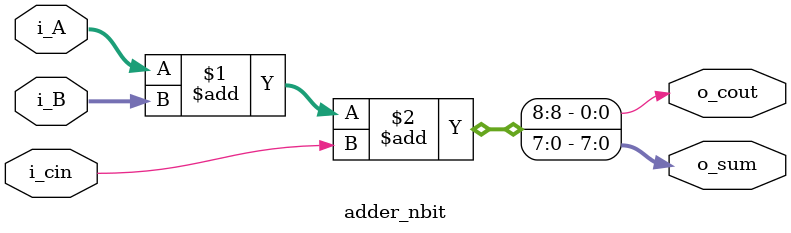
<source format=v>
module adder_nbit #
(
	parameter N = 8 // default width
)
(
	input 	[N-1:0] 	i_A,
	input 	[N-1:0] 	i_B,
	input 				i_cin,
	output	[N-1:0]	o_sum,
	output 				o_cout
);

	assign {o_cout, o_sum} = i_A + i_B + i_cin;

endmodule

</source>
